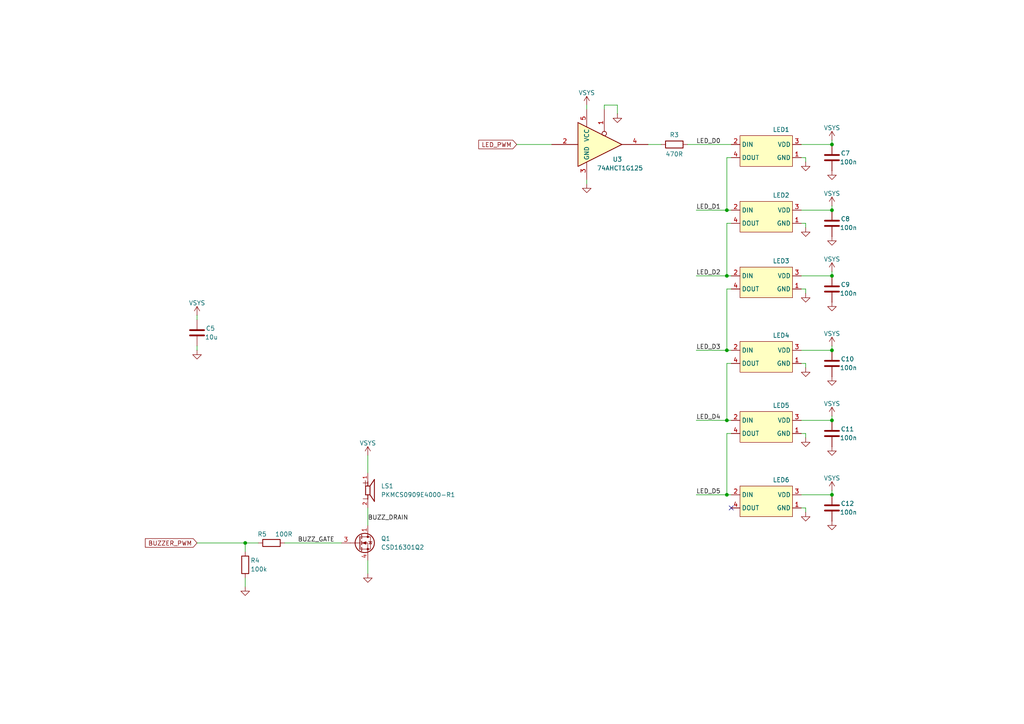
<source format=kicad_sch>
(kicad_sch (version 20250114) (generator "eeschema") (generator_version "9.0")
  (paper "A4")
  (lib_symbols
    (symbol "74xGxx:74AHCT1G125"
      (property "Reference" "U" (at -2.54 3.81 0))
      (property "Value" "74AHCT1G125" (at 0 -3.81 0))
      (symbol "74AHCT1G125_0_1"
        (polyline (pts (xy -7.62 6.35) (xy -7.62 -6.35) (xy 5.08 0) (xy -7.62 6.35)) (stroke (width 0.254)) (fill (type background)))
      )
      (symbol "74AHCT1G125_1_1"
        (pin input line (at -15.24 0 0) (length 7.62) (name "~") (number "2"))
        (pin power_in line (at -5.08 10.16 270) (length 5.08) (name "VCC") (number "5"))
        (pin power_in line (at -5.08 -10.16 90) (length 5.08) (name "GND") (number "3"))
        (pin input inverted (at 0 10.16 270) (length 7.62) (name "~") (number "1"))
        (pin tri_state line (at 12.7 0 180) (length 7.62) (name "~") (number "4"))
      )
    )
    (symbol "ADA_lib:PKMCS0909E4000-R1" (pin_names (offset 1.016))
      (property "Reference" "LS" (at -3.82 8.9133 0))
      (property "Value" "PKMCS0909E4000-R1" (at -3.823 -11.469 0))
      (symbol "PKMCS0909E4000-R1_0_0"
        (polyline (pts (xy -0.635 1.27) (xy 0 1.27)) (stroke (width 0.254)))
        (polyline (pts (xy -0.635 -1.27) (xy -0.635 1.27)) (stroke (width 0.254)))
        (polyline (pts (xy 0 1.27) (xy 0 2.54)) (stroke (width 0.254)))
        (polyline (pts (xy 0 1.27) (xy 0.635 1.27)) (stroke (width 0.254)))
        (polyline (pts (xy 0 -1.27) (xy -0.635 -1.27)) (stroke (width 0.254)))
        (polyline (pts (xy 0 -1.27) (xy 0 -2.54)) (stroke (width 0.254)))
        (polyline (pts (xy 0.635 1.27) (xy 0.635 -1.27)) (stroke (width 0.254)))
        (polyline (pts (xy 0.635 1.27) (xy 1.905 3.175)) (stroke (width 0.254)))
        (polyline (pts (xy 0.635 -1.27) (xy 0 -1.27)) (stroke (width 0.254)))
        (polyline (pts (xy 1.905 3.175) (xy 1.905 -3.175)) (stroke (width 0.254)))
        (polyline (pts (xy 1.905 -3.175) (xy 0.635 -1.27)) (stroke (width 0.254)))
        (text "+" (at -1.905 1.27 0) (effects (font (size 1.778 1.778)) (justify left bottom)))
        (text "-" (at -1.905 -1.27 0) (effects (font (size 1.778 1.778)) (justify left top)))
        (pin passive line (at 0 5.08 270) (length 2.54) (name "~") (number "1"))
        (pin passive line (at 0 -5.08 90) (length 2.54) (name "~") (number "2"))
      )
    )
    (symbol "Device:C" (pin_numbers (hide yes)) (pin_names (offset 0.254))
      (property "Reference" "C" (at 0.635 2.54 0))
      (property "Value" "C" (at 0.635 -2.54 0))
      (symbol "C_0_1"
        (polyline (pts (xy -2.032 0.762) (xy 2.032 0.762)) (stroke (width 0.508)))
        (polyline (pts (xy -2.032 -0.762) (xy 2.032 -0.762)) (stroke (width 0.508)))
      )
      (symbol "C_1_1"
        (pin passive line (at 0 3.81 270) (length 2.794) (name "~") (number "1"))
        (pin passive line (at 0 -3.81 90) (length 2.794) (name "~") (number "2"))
      )
    )
    (symbol "Device:R" (pin_numbers (hide yes)) (pin_names (offset 0))
      (property "Reference" "R" (at 2.032 0 90))
      (property "Value" "R" (at 0 0 90))
      (symbol "R_0_1"
        (rectangle (start -1.016 -2.54) (end 1.016 2.54) (stroke (width 0.254)))
      )
      (symbol "R_1_1"
        (pin passive line (at 0 3.81 270) (length 1.27) (name "~") (number "1"))
        (pin passive line (at 0 -3.81 90) (length 1.27) (name "~") (number "2"))
      )
    )
    (symbol "ModLib:GND" (power) (pin_numbers (hide yes)) (pin_names (offset 0) (hide yes))
      (symbol "GND_0_1"
        (polyline (pts (xy 0 0) (xy 0 -1.27) (xy 1.27 -1.27) (xy 0 -2.54) (xy -1.27 -1.27) (xy 0 -1.27)))
      )
      (symbol "GND_1_1"
        (pin power_in line (at 0 0 270) (length 0) (name "~") (number "1"))
      )
    )
    (symbol "ModLib:VBUS" (power) (pin_numbers (hide yes)) (pin_names (offset 0) (hide yes))
      (property "Value" "VBUS" (at 0 3.556 0))
      (symbol "VBUS_0_1"
        (polyline (pts (xy -0.762 1.27) (xy 0 2.54)))
        (polyline (pts (xy 0 2.54) (xy 0.762 1.27)))
        (polyline (pts (xy 0 0) (xy 0 2.54)))
      )
      (symbol "VBUS_1_1"
        (pin power_in line (at 0 0 90) (length 0) (name "~") (number "1"))
      )
    )
    (symbol "ModWorksSymbols:XL-1615RGBC-2812B"
      (property "Reference" "LED" (at -5.334 6.35 0))
      (property "Value" "XL-1615RGBC-2812B" (at 0 0 0))
      (symbol "XL-1615RGBC-2812B_1_1"
        (rectangle (start -7.62 5.08) (end 7.62 -3.81) (stroke (width 0.15)) (fill (type background)))
        (pin power_in line (at -10.16 2.54 0) (length 2.54) (name "VDD") (number "3"))
        (pin power_in line (at -10.16 -1.27 0) (length 2.54) (name "GND") (number "1"))
        (pin input line (at 10.16 2.54 180) (length 2.54) (name "DIN") (number "2"))
        (pin output line (at 10.16 -1.27 180) (length 2.54) (name "DOUT") (number "4"))
      )
    )
    (symbol "Transistor_FET:CSD16301Q2" (pin_names (hide yes))
      (property "Reference" "Q" (at 5.08 1.905 0))
      (property "Value" "CSD16301Q2" (at 5.08 0 0))
      (symbol "CSD16301Q2_0_1"
        (polyline (pts (xy 0.254 1.905) (xy 0.254 -1.905)) (stroke (width 0.254)))
        (polyline (pts (xy 0.254 0) (xy -2.54 0)))
        (polyline (pts (xy 0.762 2.286) (xy 0.762 1.27)) (stroke (width 0.254)))
        (polyline (pts (xy 0.762 0.508) (xy 0.762 -0.508)) (stroke (width 0.254)))
        (polyline (pts (xy 0.762 -1.27) (xy 0.762 -2.286)) (stroke (width 0.254)))
        (polyline (pts (xy 0.762 -1.778) (xy 3.302 -1.778) (xy 3.302 1.778) (xy 0.762 1.778)))
        (polyline (pts (xy 1.016 0) (xy 2.032 0.381) (xy 2.032 -0.381) (xy 1.016 0)) (fill (type outline)))
        (circle (center 1.651 0) (radius 2.794) (stroke (width 0.254)))
        (polyline (pts (xy 2.54 2.54) (xy 2.54 1.778)))
        (circle (center 2.54 1.778) (radius 0.254) (fill (type outline)))
        (circle (center 2.54 -1.778) (radius 0.254) (fill (type outline)))
        (polyline (pts (xy 2.54 -2.54) (xy 2.54 0) (xy 0.762 0)))
        (polyline (pts (xy 2.794 0.508) (xy 2.921 0.381) (xy 3.683 0.381) (xy 3.81 0.254)))
        (polyline (pts (xy 3.302 0.381) (xy 2.921 -0.254) (xy 3.683 -0.254) (xy 3.302 0.381)))
      )
      (symbol "CSD16301Q2_1_1"
        (pin passive line (at -5.08 0 0) (length 2.54) (name "G") (number "3"))
        (pin passive line (at 2.54 5.08 270) (length 2.54) (name "D") (number "1"))
        (pin passive line (at 2.54 5.08 270) (length 2.54) (hide yes) (name "D") (number "2"))
        (pin passive line (at 2.54 5.08 270) (length 2.54) (hide yes) (name "D") (number "5"))
        (pin passive line (at 2.54 5.08 270) (length 2.54) (hide yes) (name "D") (number "6"))
        (pin passive line (at 2.54 5.08 270) (length 2.54) (hide yes) (name "D") (number "8"))
        (pin passive line (at 2.54 -5.08 90) (length 2.54) (name "S") (number "4"))
        (pin passive line (at 2.54 -5.08 90) (length 2.54) (hide yes) (name "S") (number "7"))
      )
    )
  )
  (junction (at 241.3 60.96))
  (junction (at 241.3 101.6))
  (junction (at 210.82 60.96))
  (junction (at 241.3 80.01))
  (junction (at 241.3 41.91))
  (junction (at 210.82 143.51))
  (junction (at 241.3 121.92))
  (junction (at 241.3 143.51))
  (junction (at 210.82 121.92))
  (junction (at 210.82 101.6))
  (junction (at 71.12 157.48))
  (junction (at 210.82 80.01))
  (no_connect (at 212.09 147.32))
  (wire (pts (xy 210.82 101.6) (xy 210.82 83.82)))
  (wire (pts (xy 212.09 143.51) (xy 210.82 143.51)))
  (wire (pts (xy 232.41 64.77) (xy 233.68 64.77)))
  (wire (pts (xy 233.68 105.41) (xy 233.68 106.68)))
  (wire (pts (xy 212.09 45.72) (xy 210.82 45.72)))
  (wire (pts (xy 199.39 41.91) (xy 212.09 41.91)))
  (wire (pts (xy 212.09 101.6) (xy 210.82 101.6)))
  (wire (pts (xy 149.86 41.91) (xy 160.02 41.91)))
  (wire (pts (xy 233.68 125.73) (xy 233.68 127)))
  (wire (pts (xy 233.68 83.82) (xy 233.68 85.09)))
  (wire (pts (xy 106.68 166.37) (xy 106.68 162.56)))
  (wire (pts (xy 241.3 121.92) (xy 232.41 121.92)))
  (wire (pts (xy 241.3 41.91) (xy 232.41 41.91)))
  (wire (pts (xy 71.12 157.48) (xy 71.12 160.02)))
  (wire (pts (xy 175.26 30.48) (xy 175.26 31.75)))
  (wire (pts (xy 210.82 105.41) (xy 210.82 121.92)))
  (wire (pts (xy 212.09 105.41) (xy 210.82 105.41)))
  (wire (pts (xy 201.93 121.92) (xy 210.82 121.92)))
  (wire (pts (xy 210.82 125.73) (xy 212.09 125.73)))
  (wire (pts (xy 210.82 60.96) (xy 212.09 60.96)))
  (wire (pts (xy 201.93 143.51) (xy 210.82 143.51)))
  (wire (pts (xy 71.12 157.48) (xy 74.93 157.48)))
  (wire (pts (xy 241.3 80.01) (xy 232.41 80.01)))
  (wire (pts (xy 232.41 105.41) (xy 233.68 105.41)))
  (wire (pts (xy 170.18 30.48) (xy 170.18 31.75)))
  (wire (pts (xy 57.15 100.33) (xy 57.15 101.6)))
  (wire (pts (xy 57.15 157.48) (xy 71.12 157.48)))
  (wire (pts (xy 233.68 64.77) (xy 233.68 66.04)))
  (wire (pts (xy 232.41 45.72) (xy 233.68 45.72)))
  (wire (pts (xy 201.93 80.01) (xy 210.82 80.01)))
  (wire (pts (xy 82.55 157.48) (xy 99.06 157.48)))
  (wire (pts (xy 241.3 59.69) (xy 241.3 60.96)))
  (wire (pts (xy 241.3 78.74) (xy 241.3 80.01)))
  (wire (pts (xy 241.3 40.64) (xy 241.3 41.91)))
  (wire (pts (xy 179.07 30.48) (xy 175.26 30.48)))
  (wire (pts (xy 241.3 100.33) (xy 241.3 101.6)))
  (wire (pts (xy 210.82 80.01) (xy 212.09 80.01)))
  (wire (pts (xy 241.3 120.65) (xy 241.3 121.92)))
  (wire (pts (xy 57.15 91.44) (xy 57.15 92.71)))
  (wire (pts (xy 212.09 64.77) (xy 210.82 64.77)))
  (wire (pts (xy 232.41 125.73) (xy 233.68 125.73)))
  (wire (pts (xy 201.93 101.6) (xy 210.82 101.6)))
  (wire (pts (xy 106.68 147.32) (xy 106.68 152.4)))
  (wire (pts (xy 106.68 132.08) (xy 106.68 137.16)))
  (wire (pts (xy 210.82 83.82) (xy 212.09 83.82)))
  (wire (pts (xy 179.07 33.02) (xy 179.07 30.48)))
  (wire (pts (xy 241.3 60.96) (xy 232.41 60.96)))
  (wire (pts (xy 71.12 167.64) (xy 71.12 170.18)))
  (wire (pts (xy 232.41 147.32) (xy 233.68 147.32)))
  (wire (pts (xy 210.82 64.77) (xy 210.82 80.01)))
  (wire (pts (xy 241.3 143.51) (xy 232.41 143.51)))
  (wire (pts (xy 187.96 41.91) (xy 191.77 41.91)))
  (wire (pts (xy 232.41 83.82) (xy 233.68 83.82)))
  (wire (pts (xy 233.68 147.32) (xy 233.68 148.59)))
  (wire (pts (xy 210.82 121.92) (xy 212.09 121.92)))
  (wire (pts (xy 210.82 143.51) (xy 210.82 125.73)))
  (wire (pts (xy 201.93 60.96) (xy 210.82 60.96)))
  (wire (pts (xy 241.3 142.24) (xy 241.3 143.51)))
  (wire (pts (xy 233.68 45.72) (xy 233.68 46.99)))
  (wire (pts (xy 170.18 53.34) (xy 170.18 52.07)))
  (wire (pts (xy 241.3 101.6) (xy 232.41 101.6)))
  (wire (pts (xy 210.82 45.72) (xy 210.82 60.96)))
  (label "LED_D4" (at 201.93 121.92 0))
  (label "LED_D2" (at 201.93 80.01 0))
  (label "BUZZ_DRAIN" (at 106.68 151.13 0))
  (label "LED_D0" (at 201.93 41.91 0))
  (label "LED_D3" (at 201.93 101.6 0))
  (label "LED_D1" (at 201.93 60.96 0))
  (label "BUZZ_GATE" (at 86.36 157.48 0))
  (label "LED_D5" (at 201.93 143.51 0))
  (global_label "BUZZER_PWM" (shape input) (at 57.15 157.48 180) (property "Intersheetrefs" "${INTERSHEET_REFS}" (effects (hide yes))))
  (global_label "LED_PWM" (shape input) (at 149.86 41.91 180) (property "Intersheetrefs" "${INTERSHEET_REFS}" (effects (hide yes))))
  (symbol (lib_id "ModWorksSymbols:XL-1615RGBC-2812B") (at 222.25 82.55 0) (mirror y) (unit 1)
    (property "Reference" "LED3" (at 226.568 75.692 0))
    (property "Value" "XL-1615RGBC-2812B" (effects (hide yes)))
    (property "Footprint" "ModWorksFootprints:XL-1615RGBC-2812B" (effects (hide yes)))
    (property "Datasheet" "https://www.lcsc.com/datasheet/C5349954.pdf" (effects (hide yes)))
    (property "Description" "SMD-4P,1.6x1.5mm LED Addressable, Specialty RoHS" (effects (hide yes)))
  )
  (symbol (lib_id "ModWorksSymbols:XL-1615RGBC-2812B") (at 222.25 146.05 0) (mirror y) (unit 1)
    (property "Reference" "LED6" (at 226.568 139.192 0))
    (property "Value" "XL-1615RGBC-2812B" (effects (hide yes)))
    (property "Footprint" "ModWorksFootprints:XL-1615RGBC-2812B" (effects (hide yes)))
    (property "Datasheet" "https://www.lcsc.com/datasheet/C5349954.pdf" (effects (hide yes)))
    (property "Description" "SMD-4P,1.6x1.5mm LED Addressable, Specialty RoHS" (effects (hide yes)))
  )
  (symbol (lib_id "Device:C") (at 241.3 64.77 0) (unit 1)
    (property "Reference" "C8" (at 243.84 63.5 0) (effects (justify left)))
    (property "Value" "100n" (at 243.586 66.04 0) (effects (justify left)))
    (property "Footprint" "ModWorksFootprints:C_0402_100n_MW" (effects (hide yes)))
    (property "Description" "Unpolarized capacitor" (effects (hide yes)))
  )
  (symbol (lib_id "Device:R") (at 195.58 41.91 270) (unit 1)
    (property "Reference" "R3" (at 195.58 39.116 90))
    (property "Value" "470R" (at 195.58 44.704 90))
    (property "Footprint" "Resistor_SMD:R_0402_1005Metric" (effects (hide yes)))
    (property "Description" "Resistor" (effects (hide yes)))
  )
  (symbol (lib_id "ModLib:VBUS") (at 241.3 78.74 0) (unit 1)
    (property "Reference" "#PWR048" (effects (hide yes)))
    (property "Value" "VSYS" (at 241.3 75.184 0))
    (property "Description" "Power symbol creates a global label with name \"VBUS\"" (effects (hide yes)))
  )
  (symbol (lib_id "ModLib:GND") (at 241.3 151.13 0) (mirror y) (unit 1)
    (property "Reference" "#PWR057" (effects (hide yes)))
    (property "Value" "GND" (effects (hide yes)))
    (property "Description" "Power symbol creates a global label with name \"GND\" , ground" (effects (hide yes)))
  )
  (symbol (lib_id "Transistor_FET:CSD16301Q2") (at 104.14 157.48 0) (unit 1)
    (property "Reference" "Q1" (at 110.49 156.2099 0) (effects (justify left)))
    (property "Value" "CSD16301Q2" (at 110.49 158.7499 0) (effects (justify left)))
    (property "Footprint" "Package_SON:Texas_DQK" (effects (hide yes)))
    (property "Datasheet" "http://www.ti.com/lit/ds/symlink/csd16301q2.pdf" (effects (hide yes)))
    (property "Description" "5A Id, 25V Vds, NexFET N-Channel Power MOSFET, 19mOhm Ron, SON-6" (effects (hide yes)))
  )
  (symbol (lib_id "Device:C") (at 241.3 105.41 0) (unit 1)
    (property "Reference" "C10" (at 243.84 104.14 0) (effects (justify left)))
    (property "Value" "100n" (at 243.586 106.68 0) (effects (justify left)))
    (property "Footprint" "ModWorksFootprints:C_0402_100n_MW" (effects (hide yes)))
    (property "Description" "Unpolarized capacitor" (effects (hide yes)))
  )
  (symbol (lib_id "ModLib:GND") (at 241.3 68.58 0) (mirror y) (unit 1)
    (property "Reference" "#PWR043" (effects (hide yes)))
    (property "Value" "GND" (effects (hide yes)))
    (property "Description" "Power symbol creates a global label with name \"GND\" , ground" (effects (hide yes)))
  )
  (symbol (lib_id "Device:C") (at 241.3 45.72 0) (unit 1)
    (property "Reference" "C7" (at 243.84 44.45 0) (effects (justify left)))
    (property "Value" "100n" (at 243.586 46.99 0) (effects (justify left)))
    (property "Footprint" "ModWorksFootprints:C_0402_100n_MW" (effects (hide yes)))
    (property "Description" "Unpolarized capacitor" (effects (hide yes)))
  )
  (symbol (lib_id "ModWorksSymbols:XL-1615RGBC-2812B") (at 222.25 104.14 0) (mirror y) (unit 1)
    (property "Reference" "LED4" (at 226.568 97.282 0))
    (property "Value" "XL-1615RGBC-2812B" (effects (hide yes)))
    (property "Footprint" "ModWorksFootprints:XL-1615RGBC-2812B" (effects (hide yes)))
    (property "Datasheet" "https://www.lcsc.com/datasheet/C5349954.pdf" (effects (hide yes)))
    (property "Description" "SMD-4P,1.6x1.5mm LED Addressable, Specialty RoHS" (effects (hide yes)))
  )
  (symbol (lib_id "ModLib:VBUS") (at 241.3 59.69 0) (unit 1)
    (property "Reference" "#PWR042" (effects (hide yes)))
    (property "Value" "VSYS" (at 241.3 56.134 0))
    (property "Description" "Power symbol creates a global label with name \"VBUS\"" (effects (hide yes)))
  )
  (symbol (lib_id "ModLib:VBUS") (at 241.3 40.64 0) (unit 1)
    (property "Reference" "#PWR040" (effects (hide yes)))
    (property "Value" "VSYS" (at 241.3 37.084 0))
    (property "Description" "Power symbol creates a global label with name \"VBUS\"" (effects (hide yes)))
  )
  (symbol (lib_id "ModWorksSymbols:XL-1615RGBC-2812B") (at 222.25 63.5 0) (mirror y) (unit 1)
    (property "Reference" "LED2" (at 226.568 56.642 0))
    (property "Value" "XL-1615RGBC-2812B" (effects (hide yes)))
    (property "Footprint" "ModWorksFootprints:XL-1615RGBC-2812B" (effects (hide yes)))
    (property "Datasheet" "https://www.lcsc.com/datasheet/C5349954.pdf" (effects (hide yes)))
    (property "Description" "SMD-4P,1.6x1.5mm LED Addressable, Specialty RoHS" (effects (hide yes)))
  )
  (symbol (lib_id "ModLib:GND") (at 233.68 127 0) (mirror y) (unit 1)
    (property "Reference" "#PWR052" (effects (hide yes)))
    (property "Value" "GND" (effects (hide yes)))
    (property "Description" "Power symbol creates a global label with name \"GND\" , ground" (effects (hide yes)))
  )
  (symbol (lib_id "Device:C") (at 241.3 83.82 0) (unit 1)
    (property "Reference" "C9" (at 243.84 82.55 0) (effects (justify left)))
    (property "Value" "100n" (at 243.586 85.09 0) (effects (justify left)))
    (property "Footprint" "ModWorksFootprints:C_0402_100n_MW" (effects (hide yes)))
    (property "Description" "Unpolarized capacitor" (effects (hide yes)))
  )
  (symbol (lib_id "Device:C") (at 241.3 125.73 0) (unit 1)
    (property "Reference" "C11" (at 243.84 124.46 0) (effects (justify left)))
    (property "Value" "100n" (at 243.586 127 0) (effects (justify left)))
    (property "Footprint" "ModWorksFootprints:C_0402_100n_MW" (effects (hide yes)))
    (property "Description" "Unpolarized capacitor" (effects (hide yes)))
  )
  (symbol (lib_id "ModLib:GND") (at 233.68 85.09 0) (mirror y) (unit 1)
    (property "Reference" "#PWR046" (effects (hide yes)))
    (property "Value" "GND" (effects (hide yes)))
    (property "Description" "Power symbol creates a global label with name \"GND\" , ground" (effects (hide yes)))
  )
  (symbol (lib_id "ModLib:GND") (at 241.3 129.54 0) (mirror y) (unit 1)
    (property "Reference" "#PWR055" (effects (hide yes)))
    (property "Value" "GND" (effects (hide yes)))
    (property "Description" "Power symbol creates a global label with name \"GND\" , ground" (effects (hide yes)))
  )
  (symbol (lib_id "ModLib:GND") (at 233.68 148.59 0) (mirror y) (unit 1)
    (property "Reference" "#PWR053" (effects (hide yes)))
    (property "Value" "GND" (effects (hide yes)))
    (property "Description" "Power symbol creates a global label with name \"GND\" , ground" (effects (hide yes)))
  )
  (symbol (lib_id "ModLib:GND") (at 233.68 66.04 0) (mirror y) (unit 1)
    (property "Reference" "#PWR039" (effects (hide yes)))
    (property "Value" "GND" (effects (hide yes)))
    (property "Description" "Power symbol creates a global label with name \"GND\" , ground" (effects (hide yes)))
  )
  (symbol (lib_id "ModLib:GND") (at 241.3 109.22 0) (mirror y) (unit 1)
    (property "Reference" "#PWR051" (effects (hide yes)))
    (property "Value" "GND" (effects (hide yes)))
    (property "Description" "Power symbol creates a global label with name \"GND\" , ground" (effects (hide yes)))
  )
  (symbol (lib_id "ModLib:VBUS") (at 241.3 142.24 0) (unit 1)
    (property "Reference" "#PWR056" (effects (hide yes)))
    (property "Value" "VSYS" (at 241.3 138.684 0))
    (property "Description" "Power symbol creates a global label with name \"VBUS\"" (effects (hide yes)))
  )
  (symbol (lib_id "ModWorksSymbols:XL-1615RGBC-2812B") (at 222.25 44.45 0) (mirror y) (unit 1)
    (property "Reference" "LED1" (at 226.568 37.592 0))
    (property "Value" "XL-1615RGBC-2812B" (effects (hide yes)))
    (property "Footprint" "ModWorksFootprints:XL-1615RGBC-2812B" (effects (hide yes)))
    (property "Datasheet" "https://www.lcsc.com/datasheet/C5349954.pdf" (effects (hide yes)))
    (property "Description" "SMD-4P,1.6x1.5mm LED Addressable, Specialty RoHS" (effects (hide yes)))
  )
  (symbol (lib_id "ModLib:VBUS") (at 106.68 132.08 0) (unit 1)
    (property "Reference" "#PWR044" (effects (hide yes)))
    (property "Value" "VSYS" (at 106.68 128.524 0))
    (property "Description" "Power symbol creates a global label with name \"VBUS\"" (effects (hide yes)))
  )
  (symbol (lib_id "ModLib:VBUS") (at 170.18 30.48 0) (unit 1)
    (property "Reference" "#PWR032" (effects (hide yes)))
    (property "Value" "VSYS" (at 170.18 26.924 0))
    (property "Description" "Power symbol creates a global label with name \"VBUS\"" (effects (hide yes)))
  )
  (symbol (lib_id "ModLib:GND") (at 233.68 46.99 0) (mirror y) (unit 1)
    (property "Reference" "#PWR038" (effects (hide yes)))
    (property "Value" "GND" (effects (hide yes)))
    (property "Description" "Power symbol creates a global label with name \"GND\" , ground" (effects (hide yes)))
  )
  (symbol (lib_id "ModLib:VBUS") (at 241.3 120.65 0) (unit 1)
    (property "Reference" "#PWR054" (effects (hide yes)))
    (property "Value" "VSYS" (at 241.3 117.094 0))
    (property "Description" "Power symbol creates a global label with name \"VBUS\"" (effects (hide yes)))
  )
  (symbol (lib_id "ModWorksSymbols:XL-1615RGBC-2812B") (at 222.25 124.46 0) (mirror y) (unit 1)
    (property "Reference" "LED5" (at 226.568 117.602 0))
    (property "Value" "XL-1615RGBC-2812B" (effects (hide yes)))
    (property "Footprint" "ModWorksFootprints:XL-1615RGBC-2812B" (effects (hide yes)))
    (property "Datasheet" "https://www.lcsc.com/datasheet/C5349954.pdf" (effects (hide yes)))
    (property "Description" "SMD-4P,1.6x1.5mm LED Addressable, Specialty RoHS" (effects (hide yes)))
  )
  (symbol (lib_id "ModLib:GND") (at 179.07 33.02 0) (mirror y) (unit 1)
    (property "Reference" "#PWR034" (effects (hide yes)))
    (property "Value" "GND" (effects (hide yes)))
    (property "Description" "Power symbol creates a global label with name \"GND\" , ground" (effects (hide yes)))
  )
  (symbol (lib_id "ModLib:GND") (at 71.12 170.18 0) (unit 1)
    (property "Reference" "#PWR037" (effects (hide yes)))
    (property "Value" "GND" (effects (hide yes)))
    (property "Description" "Power symbol creates a global label with name \"GND\" , ground" (effects (hide yes)))
  )
  (symbol (lib_id "ModLib:GND") (at 241.3 49.53 0) (mirror y) (unit 1)
    (property "Reference" "#PWR041" (effects (hide yes)))
    (property "Value" "GND" (effects (hide yes)))
    (property "Description" "Power symbol creates a global label with name \"GND\" , ground" (effects (hide yes)))
  )
  (symbol (lib_id "ModLib:VBUS") (at 241.3 100.33 0) (unit 1)
    (property "Reference" "#PWR050" (effects (hide yes)))
    (property "Value" "VSYS" (at 241.3 96.774 0))
    (property "Description" "Power symbol creates a global label with name \"VBUS\"" (effects (hide yes)))
  )
  (symbol (lib_id "Device:R") (at 71.12 163.83 0) (unit 1)
    (property "Reference" "R4" (at 72.644 162.56 0) (effects (justify left)))
    (property "Value" "100k" (at 72.644 165.1 0) (effects (justify left)))
    (property "Footprint" "Resistor_SMD:R_0402_1005Metric" (effects (hide yes)))
    (property "Description" "Resistor" (effects (hide yes)))
  )
  (symbol (lib_id "ModLib:GND") (at 170.18 53.34 0) (mirror y) (unit 1)
    (property "Reference" "#PWR033" (effects (hide yes)))
    (property "Value" "GND" (effects (hide yes)))
    (property "Description" "Power symbol creates a global label with name \"GND\" , ground" (effects (hide yes)))
  )
  (symbol (lib_id "Device:R") (at 78.74 157.48 270) (unit 1)
    (property "Reference" "R5" (at 74.676 154.94 90) (effects (justify left)))
    (property "Value" "100R" (at 79.756 154.94 90) (effects (justify left)))
    (property "Footprint" "Resistor_SMD:R_0402_1005Metric" (effects (hide yes)))
    (property "Description" "Resistor" (effects (hide yes)))
  )
  (symbol (lib_id "ModLib:GND") (at 57.15 101.6 0) (mirror y) (unit 1)
    (property "Reference" "#PWR031" (effects (hide yes)))
    (property "Value" "GND" (effects (hide yes)))
    (property "Description" "Power symbol creates a global label with name \"GND\" , ground" (effects (hide yes)))
  )
  (symbol (lib_id "Device:C") (at 57.15 96.52 0) (unit 1)
    (property "Reference" "C5" (at 59.69 95.25 0) (effects (justify left)))
    (property "Value" "10u" (at 59.436 97.79 0) (effects (justify left)))
    (property "Footprint" "ModWorksFootprints:C_0805_2012Metric_MW" (effects (hide yes)))
    (property "Description" "Unpolarized capacitor" (effects (hide yes)))
  )
  (symbol (lib_id "ModLib:GND") (at 106.68 166.37 0) (unit 1)
    (property "Reference" "#PWR045" (effects (hide yes)))
    (property "Value" "GND" (effects (hide yes)))
    (property "Description" "Power symbol creates a global label with name \"GND\" , ground" (effects (hide yes)))
  )
  (symbol (lib_id "74xGxx:74AHCT1G125") (at 175.26 41.91 0) (unit 1)
    (property "Reference" "U3" (at 179.07 46.228 0))
    (property "Value" "74AHCT1G125" (at 179.832 48.768 0))
    (property "Footprint" "Package_TO_SOT_SMD:SOT-23-5" (effects (hide yes)))
    (property "Datasheet" "http://www.ti.com/lit/sg/scyt129e/scyt129e.pdf" (effects (hide yes)))
    (property "Description" "Single Buffer Gate Tri-State, Low-Voltage CMOS" (effects (hide yes)))
  )
  (symbol (lib_id "ModLib:GND") (at 241.3 87.63 0) (mirror y) (unit 1)
    (property "Reference" "#PWR049" (effects (hide yes)))
    (property "Value" "GND" (effects (hide yes)))
    (property "Description" "Power symbol creates a global label with name \"GND\" , ground" (effects (hide yes)))
  )
  (symbol (lib_id "ADA_lib:PKMCS0909E4000-R1") (at 106.68 142.24 0) (unit 1)
    (property "Reference" "LS1" (at 110.49 140.9699 0) (effects (justify left)))
    (property "Value" "PKMCS0909E4000-R1" (at 110.49 143.5099 0) (effects (justify left)))
    (property "Footprint" "Snapeda:PKMCS0909E4000-R1_SPKR_PKMCS0909E4000-R1" (effects (hide yes)))
    (property "PARTREV" "May 22, 2020" (effects (hide yes)))
    (property "MANUFACTURER" "Murata Electronics" (effects (hide yes)))
    (property "MAXIMUM_PACKAGE_HEIGHT" "1.9 mm" (effects (hide yes)))
    (property "STANDARD" "Manufacturer Recommendations" (effects (hide yes)))
  )
  (symbol (lib_id "Device:C") (at 241.3 147.32 0) (unit 1)
    (property "Reference" "C12" (at 243.84 146.05 0) (effects (justify left)))
    (property "Value" "100n" (at 243.586 148.59 0) (effects (justify left)))
    (property "Footprint" "ModWorksFootprints:C_0402_100n_MW" (effects (hide yes)))
    (property "Description" "Unpolarized capacitor" (effects (hide yes)))
  )
  (symbol (lib_id "ModLib:VBUS") (at 57.15 91.44 0) (unit 1)
    (property "Reference" "#PWR030" (effects (hide yes)))
    (property "Value" "VSYS" (at 57.15 87.884 0))
    (property "Description" "Power symbol creates a global label with name \"VBUS\"" (effects (hide yes)))
  )
  (symbol (lib_id "ModLib:GND") (at 233.68 106.68 0) (mirror y) (unit 1)
    (property "Reference" "#PWR047" (effects (hide yes)))
    (property "Value" "GND" (effects (hide yes)))
    (property "Description" "Power symbol creates a global label with name \"GND\" , ground" (effects (hide yes)))
  )
)
</source>
